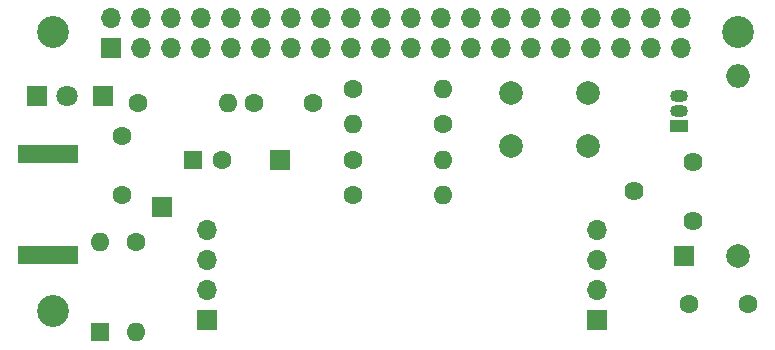
<source format=gbr>
%TF.GenerationSoftware,KiCad,Pcbnew,8.0.8+dfsg-1*%
%TF.CreationDate,2025-07-06T17:26:20+01:00*%
%TF.ProjectId,WOARCWSPR,574f4152-4357-4535-9052-2e6b69636164,rev?*%
%TF.SameCoordinates,Original*%
%TF.FileFunction,Soldermask,Bot*%
%TF.FilePolarity,Negative*%
%FSLAX46Y46*%
G04 Gerber Fmt 4.6, Leading zero omitted, Abs format (unit mm)*
G04 Created by KiCad (PCBNEW 8.0.8+dfsg-1) date 2025-07-06 17:26:20*
%MOMM*%
%LPD*%
G01*
G04 APERTURE LIST*
%ADD10R,5.080000X1.500000*%
%ADD11R,1.800000X1.800000*%
%ADD12C,1.800000*%
%ADD13C,1.600000*%
%ADD14R,1.600000X1.600000*%
%ADD15R,1.700000X1.700000*%
%ADD16C,2.000000*%
%ADD17O,1.700000X1.700000*%
%ADD18O,2.000000X2.000000*%
%ADD19O,1.600000X1.600000*%
%ADD20C,2.700000*%
%ADD21R,1.500000X1.050000*%
%ADD22O,1.500000X1.050000*%
%ADD23C,1.620000*%
G04 APERTURE END LIST*
D10*
%TO.C,J4*%
X162600000Y-52250000D03*
X162600000Y-43750000D03*
%TD*%
D11*
%TO.C,D1*%
X161600000Y-38800000D03*
D12*
X164140000Y-38800000D03*
%TD*%
D13*
%TO.C,C4*%
X168800000Y-42200000D03*
X168800000Y-47200000D03*
%TD*%
%TO.C,C3*%
X221800000Y-56400000D03*
X216800000Y-56400000D03*
%TD*%
%TO.C,C2*%
X185000000Y-39400000D03*
X180000000Y-39400000D03*
%TD*%
D14*
%TO.C,C1*%
X174800000Y-44200000D03*
D13*
X177300000Y-44200000D03*
%TD*%
D15*
%TO.C,J3*%
X172200000Y-48200000D03*
%TD*%
D16*
%TO.C,SW1*%
X201800000Y-38550000D03*
X208300000Y-38550000D03*
X201800000Y-43050000D03*
X208300000Y-43050000D03*
%TD*%
D15*
%TO.C,J2*%
X167875000Y-34775000D03*
D17*
X167875000Y-32235000D03*
X170415000Y-34775000D03*
X170415000Y-32235000D03*
X172955000Y-34775000D03*
X172955000Y-32235000D03*
X175495000Y-34775000D03*
X175495000Y-32235000D03*
X178035000Y-34775000D03*
X178035000Y-32235000D03*
X180575000Y-34775000D03*
X180575000Y-32235000D03*
X183115000Y-34775000D03*
X183115000Y-32235000D03*
X185655000Y-34775000D03*
X185655000Y-32235000D03*
X188195000Y-34775000D03*
X188195000Y-32235000D03*
X190735000Y-34775000D03*
X190735000Y-32235000D03*
X193275000Y-34775000D03*
X193275000Y-32235000D03*
X195815000Y-34775000D03*
X195815000Y-32235000D03*
X198355000Y-34775000D03*
X198355000Y-32235000D03*
X200895000Y-34775000D03*
X200895000Y-32235000D03*
X203435000Y-34775000D03*
X203435000Y-32235000D03*
X205975000Y-34775000D03*
X205975000Y-32235000D03*
X208515000Y-34775000D03*
X208515000Y-32235000D03*
X211055000Y-34775000D03*
X211055000Y-32235000D03*
X213595000Y-34775000D03*
X213595000Y-32235000D03*
X216135000Y-34775000D03*
X216135000Y-32235000D03*
%TD*%
D16*
%TO.C,L1*%
X221000000Y-52400000D03*
D18*
X221000000Y-37160000D03*
%TD*%
D15*
%TO.C,J8*%
X216400000Y-52400000D03*
%TD*%
D13*
%TO.C,R2*%
X188400000Y-38200000D03*
D19*
X196020000Y-38200000D03*
%TD*%
D15*
%TO.C,J6*%
X209000000Y-57800000D03*
D17*
X209000000Y-55260000D03*
X209000000Y-52720000D03*
X209000000Y-50180000D03*
%TD*%
D14*
%TO.C,D2*%
X167000000Y-58800000D03*
D19*
X167000000Y-51180000D03*
%TD*%
D15*
%TO.C,J7*%
X182200000Y-44200000D03*
%TD*%
D13*
%TO.C,R3*%
X196000000Y-41200000D03*
D19*
X188380000Y-41200000D03*
%TD*%
D15*
%TO.C,J5*%
X176000000Y-57800000D03*
D17*
X176000000Y-55260000D03*
X176000000Y-52720000D03*
X176000000Y-50180000D03*
%TD*%
D15*
%TO.C,J1*%
X167200000Y-38800000D03*
%TD*%
D20*
%TO.C,REF\u002A\u002A*%
X163000000Y-33400000D03*
%TD*%
D13*
%TO.C,R7*%
X170000000Y-51200000D03*
D19*
X170000000Y-58820000D03*
%TD*%
D13*
%TO.C,R4*%
X188400000Y-44200000D03*
D19*
X196020000Y-44200000D03*
%TD*%
D20*
%TO.C,REF\u002A\u002A*%
X163000000Y-57000000D03*
%TD*%
D13*
%TO.C,R6*%
X170200000Y-39400000D03*
D19*
X177820000Y-39400000D03*
%TD*%
D21*
%TO.C,Q1*%
X216000000Y-41400000D03*
D22*
X216000000Y-40130000D03*
X216000000Y-38860000D03*
%TD*%
D23*
%TO.C,RV1*%
X217200000Y-44400000D03*
X212200000Y-46900000D03*
X217200000Y-49400000D03*
%TD*%
D13*
%TO.C,R5*%
X188400000Y-47200000D03*
D19*
X196020000Y-47200000D03*
%TD*%
D20*
%TO.C,REF\u002A\u002A*%
X221000000Y-33400000D03*
%TD*%
M02*

</source>
